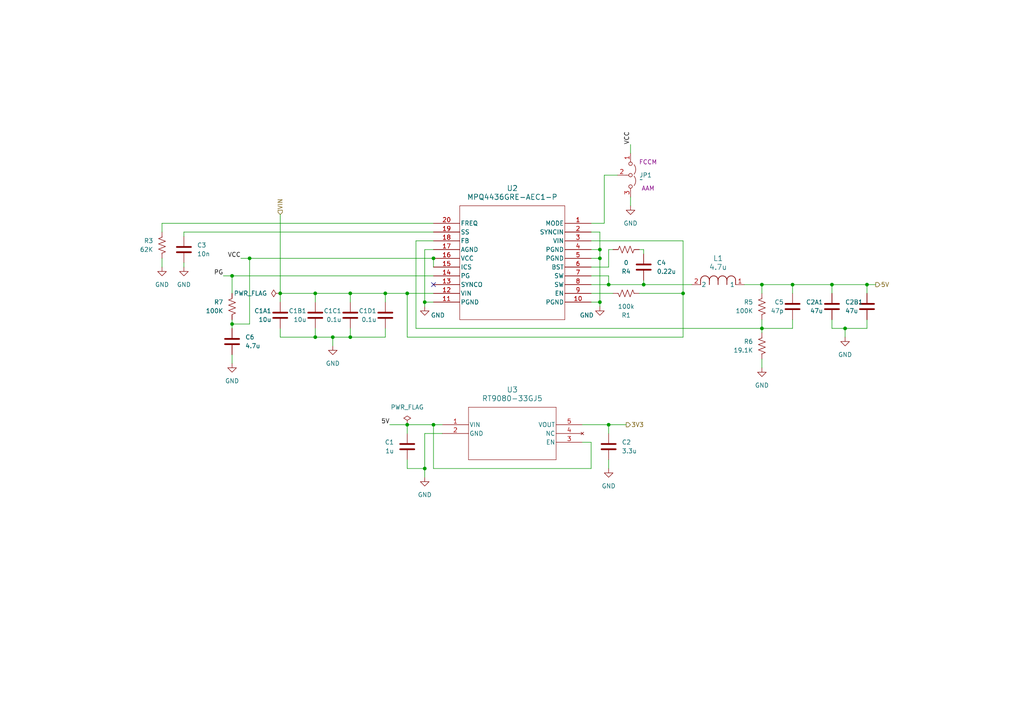
<source format=kicad_sch>
(kicad_sch (version 20230121) (generator eeschema)
  (paper "A4")
  (title_block (title "Control Module") (date "2023-11-22") (company "J2B") (comment 1 "Author: Ben Martens"))
  (lib_symbols
    (symbol "Device:C" (pin_numbers hide) (pin_names (offset 0.254))
      (property "Reference" "C" (at 0.635 2.54 0))
      (property "Value" "C" (at 0.635 -2.54 0))
      (symbol "C_0_1"
        (polyline (pts (xy -2.032 -0.762) (xy 2.032 -0.762)) (stroke (width 0.508)))
        (polyline (pts (xy -2.032 0.762) (xy 2.032 0.762)) (stroke (width 0.508)))
      )
      (symbol "C_1_1"
        (pin passive line (at 0 3.81 270) (length 2.794) (name "~") (number "1"))
        (pin passive line (at 0 -3.81 90) (length 2.794) (name "~") (number "2"))
      )
    )
    (symbol "Device:R_US" (pin_numbers hide) (pin_names (offset 0))
      (property "Reference" "R" (at 2.54 0 90))
      (property "Value" "R_US" (at -2.54 0 90))
      (symbol "R_US_0_1"
        (polyline (pts (xy 0 -2.286) (xy 0 -2.54)))
        (polyline (pts (xy 0 2.286) (xy 0 2.54)))
        (polyline (pts (xy 0 -0.762) (xy 1.016 -1.143) (xy 0 -1.524) (xy -1.016 -1.905) (xy 0 -2.286)))
        (polyline (pts (xy 0 0.762) (xy 1.016 0.381) (xy 0 0) (xy -1.016 -0.381) (xy 0 -0.762)))
        (polyline (pts (xy 0 2.286) (xy 1.016 1.905) (xy 0 1.524) (xy -1.016 1.143) (xy 0 0.762)))
      )
      (symbol "R_US_1_1"
        (pin passive line (at 0 3.81 270) (length 1.27) (name "~") (number "1"))
        (pin passive line (at 0 -3.81 90) (length 1.27) (name "~") (number "2"))
      )
    )
    (symbol "Jumper:Jumper_3_Open" (pin_names (offset 0) hide)
      (property "Reference" "JP" (at -2.54 -2.54 0))
      (property "Value" "Jumper_3_Open" (at 0 2.794 0))
      (symbol "Jumper_3_Open_0_0"
        (circle (center -3.302 0) (radius 0.508))
        (circle (center 0 0) (radius 0.508))
        (circle (center 3.302 0) (radius 0.508))
      )
      (symbol "Jumper_3_Open_0_1"
        (arc (start -0.254 1.016) (mid -1.651 1.4992) (end -3.048 1.016))
        (polyline (pts (xy 0 -0.508) (xy 0 -1.27)))
        (arc (start 3.048 1.016) (mid 1.651 1.4992) (end 0.254 1.016))
      )
      (symbol "Jumper_3_Open_1_1"
        (pin passive line (at -6.35 0 0) (length 2.54) (name "A") (number "1"))
        (pin passive line (at 0 -3.81 90) (length 2.54) (name "C") (number "2"))
        (pin passive line (at 6.35 0 180) (length 2.54) (name "B") (number "3"))
      )
    )
    (symbol "MPQ4436GRE-AEC1-Z:MPQ4436GRE-AEC1-P" (pin_names (offset 0.254))
      (property "Reference" "U" (at 22.86 10.16 0))
      (property "Value" "MPQ4436GRE-AEC1-P" (at 22.86 7.62 0))
      (symbol "MPQ4436GRE-AEC1-P_0_1"
        (polyline (pts (xy 7.62 -27.94) (xy 38.1 -27.94)) (stroke (width 0.127)))
        (polyline (pts (xy 7.62 5.08) (xy 7.62 -27.94)) (stroke (width 0.127)))
        (polyline (pts (xy 38.1 -27.94) (xy 38.1 5.08)) (stroke (width 0.127)))
        (polyline (pts (xy 38.1 5.08) (xy 7.62 5.08)) (stroke (width 0.127)))
        (pin power_in line (at 45.72 -20.32 180) (length 7.62) (name "VIN") (number "12"))
        (pin output line (at 45.72 -17.78 180) (length 7.62) (name "SYNCO") (number "13"))
        (pin output line (at 45.72 -15.24 180) (length 7.62) (name "PG") (number "14"))
        (pin input line (at 45.72 -5.08 180) (length 7.62) (name "FB") (number "18"))
        (pin input line (at 45.72 -2.54 180) (length 7.62) (name "SS") (number "19"))
        (pin input line (at 0 -2.54 0) (length 7.62) (name "SYNCIN") (number "2"))
        (pin power_in line (at 0 -5.08 0) (length 7.62) (name "VIN") (number "3"))
        (pin output line (at 0 -15.24 0) (length 7.62) (name "SW") (number "7"))
      )
      (symbol "MPQ4436GRE-AEC1-P_1_1"
        (pin input line (at 0 0 0) (length 7.62) (name "MODE") (number "1"))
        (pin power_in line (at 0 -22.86 0) (length 7.62) (name "PGND") (number "10"))
        (pin power_in line (at 45.72 -22.86 180) (length 7.62) (name "PGND") (number "11"))
        (pin passive line (at 45.72 -12.7 180) (length 7.62) (name "ICS") (number "15"))
        (pin passive line (at 45.72 -10.16 180) (length 7.62) (name "VCC") (number "16"))
        (pin power_in line (at 45.72 -7.62 180) (length 7.62) (name "AGND") (number "17"))
        (pin input line (at 45.72 0 180) (length 7.62) (name "FREQ") (number "20"))
        (pin power_in line (at 0 -7.62 0) (length 7.62) (name "PGND") (number "4"))
        (pin power_in line (at 0 -10.16 0) (length 7.62) (name "PGND") (number "5"))
        (pin passive line (at 0 -12.7 0) (length 7.62) (name "BST") (number "6"))
        (pin passive line (at 0 -17.78 0) (length 7.62) (name "SW") (number "8"))
        (pin input line (at 0 -20.32 0) (length 7.62) (name "EN") (number "9"))
      )
    )
    (symbol "PA4342_472NLT:PA4342.472NLT" (pin_names (offset 0.254))
      (property "Reference" "L" (at 6.985 5.08 0))
      (property "Value" "PA4342.472NLT" (at 6.985 -2.54 0))
      (symbol "PA4342.472NLT_1_1"
        (polyline (pts (xy 2.54 0) (xy 2.54 1.27)) (stroke (width 0.2032)))
        (polyline (pts (xy 5.08 0) (xy 5.08 1.27)) (stroke (width 0.2032)))
        (polyline (pts (xy 7.62 0) (xy 7.62 1.27)) (stroke (width 0.2032)))
        (polyline (pts (xy 10.16 0) (xy 10.16 1.27)) (stroke (width 0.2032)))
        (polyline (pts (xy 12.7 0) (xy 12.7 1.27)) (stroke (width 0.2032)))
        (arc (start 5.08 1.27) (mid 3.81 2.5345) (end 2.54 1.27) (stroke (width 0.2032)))
        (arc (start 7.62 1.27) (mid 6.35 2.5345) (end 5.08 1.27) (stroke (width 0.2032)))
        (arc (start 10.16 1.27) (mid 8.89 2.5345) (end 7.62 1.27) (stroke (width 0.2032)))
        (arc (start 12.7 1.27) (mid 11.43 2.5345) (end 10.16 1.27) (stroke (width 0.2032)))
        (pin passive line (at 15.24 0 180) (length 2.54) (name "1") (number "1"))
        (pin passive line (at 0 0 0) (length 2.54) (name "2") (number "2"))
      )
      (symbol "PA4342.472NLT_1_2"
        (arc (start -1.27 5.08) (mid -2.5345 3.81) (end -1.27 2.54) (stroke (width 0.2032)))
        (arc (start -1.27 7.62) (mid -2.5345 6.35) (end -1.27 5.08) (stroke (width 0.2032)))
        (arc (start -1.27 10.16) (mid -2.5345 8.89) (end -1.27 7.62) (stroke (width 0.2032)))
        (arc (start -1.27 12.7) (mid -2.5345 11.43) (end -1.27 10.16) (stroke (width 0.2032)))
        (polyline (pts (xy 0 2.54) (xy -1.27 2.54)) (stroke (width 0.2032)))
        (polyline (pts (xy 0 5.08) (xy -1.27 5.08)) (stroke (width 0.2032)))
        (polyline (pts (xy 0 7.62) (xy -1.27 7.62)) (stroke (width 0.2032)))
        (polyline (pts (xy 0 10.16) (xy -1.27 10.16)) (stroke (width 0.2032)))
        (polyline (pts (xy 0 12.7) (xy -1.27 12.7)) (stroke (width 0.2032)))
        (pin unspecified line (at 0 15.24 270) (length 2.54) (name "1") (number "1"))
        (pin unspecified line (at 0 0 90) (length 2.54) (name "2") (number "2"))
      )
    )
    (symbol "RT9080_33GJ5:RT9080-33GJ5" (pin_names (offset 0.254))
      (property "Reference" "U" (at 20.32 10.16 0))
      (property "Value" "RT9080-33GJ5" (at 20.32 7.62 0))
      (symbol "RT9080-33GJ5_0_1"
        (polyline (pts (xy 7.62 -10.16) (xy 33.02 -10.16)) (stroke (width 0.127)))
        (polyline (pts (xy 7.62 5.08) (xy 7.62 -10.16)) (stroke (width 0.127)))
        (polyline (pts (xy 33.02 -10.16) (xy 33.02 5.08)) (stroke (width 0.127)))
        (polyline (pts (xy 33.02 5.08) (xy 7.62 5.08)) (stroke (width 0.127)))
        (pin power_in line (at 0 0 0) (length 7.62) (name "VIN") (number "1"))
        (pin power_out line (at 0 -2.54 0) (length 7.62) (name "GND") (number "2"))
        (pin input line (at 40.64 -5.08 180) (length 7.62) (name "EN") (number "3"))
        (pin no_connect line (at 40.64 -2.54 180) (length 7.62) (name "NC") (number "4"))
      )
      (symbol "RT9080-33GJ5_1_1"
        (pin power_out line (at 40.64 0 180) (length 7.62) (name "VOUT") (number "5"))
      )
    )
    (symbol "power:GND" (power) (pin_names (offset 0))
      (property "Value" "GND" (at 0 -3.81 0))
      (symbol "GND_0_1"
        (polyline (pts (xy 0 0) (xy 0 -1.27) (xy 1.27 -1.27) (xy 0 -2.54) (xy -1.27 -1.27) (xy 0 -1.27)))
      )
      (symbol "GND_1_1"
        (pin power_in line (at 0 0 270) (length 0) hide (name "GND") (number "1"))
      )
    )
    (symbol "power:PWR_FLAG" (power) (pin_numbers hide) (pin_names (offset 0) hide)
      (property "Value" "PWR_FLAG" (at 0 3.81 0))
      (symbol "PWR_FLAG_0_0"
        (pin power_out line (at 0 0 90) (length 0) (name "pwr") (number "1"))
      )
      (symbol "PWR_FLAG_0_1"
        (polyline (pts (xy 0 0) (xy 0 1.27) (xy -1.016 1.905) (xy 0 2.54) (xy 1.016 1.905) (xy 0 1.27)))
      )
    )
  )
  (junction (at 186.69 82.55))
  (junction (at 101.6 85.09))
  (junction (at 91.44 85.09))
  (junction (at 229.87 82.55))
  (junction (at 72.39 74.93))
  (junction (at 241.3 82.55))
  (junction (at 118.11 85.09))
  (junction (at 173.99 72.39))
  (junction (at 96.52 97.79))
  (junction (at 176.53 82.55))
  (junction (at 123.19 87.63))
  (junction (at 173.99 74.93))
  (junction (at 91.44 97.79))
  (junction (at 118.11 123.19))
  (junction (at 173.99 87.63))
  (junction (at 81.28 85.09))
  (junction (at 67.31 93.98))
  (junction (at 111.76 85.09))
  (junction (at 67.31 80.01))
  (junction (at 125.73 74.93))
  (junction (at 125.73 123.19))
  (junction (at 245.11 95.25))
  (junction (at 123.19 135.89))
  (junction (at 251.46 82.55))
  (junction (at 101.6 97.79))
  (junction (at 220.98 95.25))
  (junction (at 198.12 85.09))
  (junction (at 176.53 123.19))
  (junction (at 220.98 82.55))
  (no_connect (at 125.73 82.55))
  (wire (pts (xy 125.73 69.85) (xy 120.65 69.85)))
  (wire (pts (xy 186.69 82.55) (xy 186.69 81.28)))
  (wire (pts (xy 168.91 128.27) (xy 171.45 128.27)))
  (wire (pts (xy 128.27 123.19) (xy 125.73 123.19)))
  (wire (pts (xy 176.53 80.01) (xy 176.53 82.55)))
  (wire (pts (xy 171.45 64.77) (xy 175.26 64.77)))
  (wire (pts (xy 168.91 123.19) (xy 176.53 123.19)))
  (wire (pts (xy 186.69 82.55) (xy 200.66 82.55)))
  (wire (pts (xy 118.11 133.35) (xy 118.11 135.89)))
  (wire (pts (xy 81.28 95.25) (xy 81.28 97.79)))
  (wire (pts (xy 123.19 125.73) (xy 123.19 135.89)))
  (wire (pts (xy 175.26 64.77) (xy 175.26 50.8)))
  (wire (pts (xy 245.11 95.25) (xy 245.11 97.79)))
  (wire (pts (xy 171.45 82.55) (xy 176.53 82.55)))
  (wire (pts (xy 81.28 62.23) (xy 81.28 85.09)))
  (wire (pts (xy 113.03 123.19) (xy 118.11 123.19)))
  (wire (pts (xy 220.98 82.55) (xy 229.87 82.55)))
  (wire (pts (xy 173.99 74.93) (xy 173.99 87.63)))
  (wire (pts (xy 241.3 82.55) (xy 241.3 85.09)))
  (wire (pts (xy 101.6 95.25) (xy 101.6 97.79)))
  (wire (pts (xy 186.69 72.39) (xy 186.69 73.66)))
  (wire (pts (xy 182.88 57.15) (xy 182.88 59.69)))
  (wire (pts (xy 220.98 95.25) (xy 229.87 95.25)))
  (wire (pts (xy 198.12 69.85) (xy 198.12 85.09)))
  (wire (pts (xy 229.87 92.71) (xy 229.87 95.25)))
  (wire (pts (xy 123.19 125.73) (xy 128.27 125.73)))
  (wire (pts (xy 53.34 67.31) (xy 125.73 67.31)))
  (wire (pts (xy 171.45 74.93) (xy 173.99 74.93)))
  (wire (pts (xy 125.73 72.39) (xy 123.19 72.39)))
  (wire (pts (xy 176.53 133.35) (xy 176.53 135.89)))
  (wire (pts (xy 125.73 64.77) (xy 46.99 64.77)))
  (wire (pts (xy 111.76 85.09) (xy 111.76 87.63)))
  (wire (pts (xy 220.98 85.09) (xy 220.98 82.55)))
  (wire (pts (xy 64.77 80.01) (xy 67.31 80.01)))
  (wire (pts (xy 176.53 82.55) (xy 186.69 82.55)))
  (wire (pts (xy 96.52 97.79) (xy 101.6 97.79)))
  (wire (pts (xy 173.99 67.31) (xy 173.99 72.39)))
  (wire (pts (xy 125.73 74.93) (xy 125.73 77.47)))
  (wire (pts (xy 241.3 92.71) (xy 241.3 95.25)))
  (wire (pts (xy 251.46 95.25) (xy 251.46 92.71)))
  (wire (pts (xy 67.31 92.71) (xy 67.31 93.98)))
  (wire (pts (xy 171.45 135.89) (xy 125.73 135.89)))
  (wire (pts (xy 81.28 97.79) (xy 91.44 97.79)))
  (wire (pts (xy 67.31 80.01) (xy 125.73 80.01)))
  (wire (pts (xy 171.45 85.09) (xy 177.8 85.09)))
  (wire (pts (xy 125.73 123.19) (xy 118.11 123.19)))
  (wire (pts (xy 220.98 92.71) (xy 220.98 95.25)))
  (wire (pts (xy 69.85 74.93) (xy 72.39 74.93)))
  (wire (pts (xy 220.98 95.25) (xy 220.98 96.52)))
  (wire (pts (xy 53.34 77.47) (xy 53.34 76.2)))
  (wire (pts (xy 118.11 123.19) (xy 118.11 125.73)))
  (wire (pts (xy 251.46 85.09) (xy 251.46 82.55)))
  (wire (pts (xy 254 82.55) (xy 251.46 82.55)))
  (wire (pts (xy 173.99 87.63) (xy 171.45 87.63)))
  (wire (pts (xy 171.45 80.01) (xy 176.53 80.01)))
  (wire (pts (xy 120.65 95.25) (xy 220.98 95.25)))
  (wire (pts (xy 111.76 97.79) (xy 101.6 97.79)))
  (wire (pts (xy 171.45 67.31) (xy 173.99 67.31)))
  (wire (pts (xy 182.88 41.91) (xy 182.88 44.45)))
  (wire (pts (xy 91.44 87.63) (xy 91.44 85.09)))
  (wire (pts (xy 46.99 64.77) (xy 46.99 67.31)))
  (wire (pts (xy 72.39 93.98) (xy 67.31 93.98)))
  (wire (pts (xy 118.11 85.09) (xy 118.11 97.79)))
  (wire (pts (xy 241.3 95.25) (xy 245.11 95.25)))
  (wire (pts (xy 251.46 82.55) (xy 241.3 82.55)))
  (wire (pts (xy 176.53 72.39) (xy 177.8 72.39)))
  (wire (pts (xy 123.19 87.63) (xy 123.19 88.9)))
  (wire (pts (xy 125.73 74.93) (xy 72.39 74.93)))
  (wire (pts (xy 81.28 87.63) (xy 81.28 85.09)))
  (wire (pts (xy 185.42 85.09) (xy 198.12 85.09)))
  (wire (pts (xy 118.11 97.79) (xy 198.12 97.79)))
  (wire (pts (xy 229.87 82.55) (xy 229.87 85.09)))
  (wire (pts (xy 118.11 135.89) (xy 123.19 135.89)))
  (wire (pts (xy 67.31 93.98) (xy 67.31 95.25)))
  (wire (pts (xy 111.76 97.79) (xy 111.76 95.25)))
  (wire (pts (xy 81.28 85.09) (xy 91.44 85.09)))
  (wire (pts (xy 91.44 85.09) (xy 101.6 85.09)))
  (wire (pts (xy 176.53 123.19) (xy 181.61 123.19)))
  (wire (pts (xy 198.12 97.79) (xy 198.12 85.09)))
  (wire (pts (xy 123.19 87.63) (xy 125.73 87.63)))
  (wire (pts (xy 118.11 85.09) (xy 125.73 85.09)))
  (wire (pts (xy 185.42 72.39) (xy 186.69 72.39)))
  (wire (pts (xy 101.6 85.09) (xy 111.76 85.09)))
  (wire (pts (xy 123.19 72.39) (xy 123.19 87.63)))
  (wire (pts (xy 175.26 50.8) (xy 179.07 50.8)))
  (wire (pts (xy 173.99 72.39) (xy 173.99 74.93)))
  (wire (pts (xy 171.45 72.39) (xy 173.99 72.39)))
  (wire (pts (xy 53.34 68.58) (xy 53.34 67.31)))
  (wire (pts (xy 67.31 102.87) (xy 67.31 105.41)))
  (wire (pts (xy 123.19 135.89) (xy 123.19 138.43)))
  (wire (pts (xy 215.9 82.55) (xy 220.98 82.55)))
  (wire (pts (xy 67.31 80.01) (xy 67.31 85.09)))
  (wire (pts (xy 229.87 82.55) (xy 241.3 82.55)))
  (wire (pts (xy 96.52 97.79) (xy 96.52 100.33)))
  (wire (pts (xy 171.45 69.85) (xy 198.12 69.85)))
  (wire (pts (xy 120.65 69.85) (xy 120.65 95.25)))
  (wire (pts (xy 91.44 97.79) (xy 96.52 97.79)))
  (wire (pts (xy 176.53 123.19) (xy 176.53 125.73)))
  (wire (pts (xy 111.76 85.09) (xy 118.11 85.09)))
  (wire (pts (xy 171.45 128.27) (xy 171.45 135.89)))
  (wire (pts (xy 173.99 87.63) (xy 173.99 88.9)))
  (wire (pts (xy 176.53 77.47) (xy 176.53 72.39)))
  (wire (pts (xy 125.73 123.19) (xy 125.73 135.89)))
  (wire (pts (xy 101.6 87.63) (xy 101.6 85.09)))
  (wire (pts (xy 91.44 97.79) (xy 91.44 95.25)))
  (wire (pts (xy 171.45 77.47) (xy 176.53 77.47)))
  (wire (pts (xy 245.11 95.25) (xy 251.46 95.25)))
  (wire (pts (xy 220.98 104.14) (xy 220.98 106.68)))
  (wire (pts (xy 46.99 74.93) (xy 46.99 77.47)))
  (wire (pts (xy 72.39 74.93) (xy 72.39 93.98)))
  (label "VCC" (at 182.88 41.91 90))
  (label "5V" (at 113.03 123.19 180))
  (label "PG" (at 64.77 80.01 180))
  (label "VCC" (at 69.85 74.93 180))
  (hierarchical_label "5V" (shape output) (at 254 82.55 0))
  (hierarchical_label "VIN" (shape input) (at 81.28 62.23 90) (property "Car Battery Power" "12V" (effects hide)))
  (hierarchical_label "3V3" (shape output) (at 181.61 123.19 0))
  (symbol (lib_id "RT9080_33GJ5:RT9080-33GJ5") (at 128.27 123.19 0) (unit 1)
    (property "Reference" "U3" (at 148.59 113.03 0) (effects (font (size 1.524 1.524))))
    (property "Value" "RT9080-33GJ5" (at 148.59 115.57 0) (effects (font (size 1.524 1.524))))
    (property "Footprint" "RT9080_33GJ5:TSOT-23-5_RIT" (effects hide))
    (property "Datasheet" "RT9080-33GJ5" (effects hide))
  )
  (symbol (lib_id "Device:C") (at 241.3 88.9 0) (mirror y) (unit 1)
    (property "Reference" "C2B1" (at 245.11 87.63 0) (effects (justify right)))
    (property "Value" "47u" (at 234.95 90.17 0) (effects (justify right)))
    (property "Footprint" "Capacitor_SMD:C_1206_3216Metric" (effects hide))
  )
  (symbol (lib_id "Device:C") (at 111.76 91.44 0) (mirror y) (unit 1)
    (property "Reference" "C1D1" (at 109.22 90.17 0) (effects (justify left)))
    (property "Value" "0.1u" (at 109.22 92.71 0) (effects (justify left)))
    (property "Footprint" "Capacitor_SMD:C_0603_1608Metric" (effects hide))
  )
  (symbol (lib_id "Device:C") (at 81.28 91.44 0) (mirror y) (unit 1)
    (property "Reference" "C1A1" (at 78.74 90.17 0) (effects (justify left)))
    (property "Value" "10u" (at 78.74 92.71 0) (effects (justify left)))
    (property "Footprint" "Capacitor_SMD:C_1206_3216Metric" (effects hide))
  )
  (symbol (lib_id "power:PWR_FLAG") (at 118.11 123.19 0) (unit 1)
    (property "Reference" "#FLG01" (effects hide))
    (property "Value" "PWR_FLAG" (at 118.11 118.11 0))
  )
  (symbol (lib_id "Device:C") (at 176.53 129.54 0) (unit 1)
    (property "Reference" "C2" (at 180.34 128.27 0) (effects (justify left)))
    (property "Value" "3.3u" (at 180.34 130.81 0) (effects (justify left)))
    (property "Footprint" "Capacitor_SMD:C_0603_1608Metric" (effects hide))
  )
  (symbol (lib_id "Device:C") (at 53.34 72.39 0) (unit 1)
    (property "Reference" "C3" (at 57.15 71.12 0) (effects (justify left)))
    (property "Value" "10n" (at 57.15 73.66 0) (effects (justify left)))
    (property "Footprint" "Capacitor_SMD:C_0603_1608Metric" (effects hide))
  )
  (symbol (lib_id "Device:C") (at 118.11 129.54 0) (mirror y) (unit 1)
    (property "Reference" "C1" (at 114.3 128.27 0) (effects (justify left)))
    (property "Value" "1u" (at 114.3 130.81 0) (effects (justify left)))
    (property "Footprint" "Capacitor_SMD:C_0603_1608Metric" (effects hide))
  )
  (symbol (lib_id "Device:R_US") (at 220.98 100.33 0) (mirror y) (unit 1)
    (property "Reference" "R6" (at 218.44 99.06 0) (effects (justify left)))
    (property "Value" "19.1K" (at 218.44 101.6 0) (effects (justify left)))
    (property "Footprint" "Resistor_SMD:R_0603_1608Metric" (effects hide))
  )
  (symbol (lib_id "Jumper:Jumper_3_Open") (at 182.88 50.8 270) (unit 1)
    (property "Reference" "JP1" (at 185.42 50.8 90) (effects (justify left)))
    (property "Value" "~" (at 185.42 52.07 90) (effects (justify left)))
    (property "Footprint" "Connector_PinHeader_2.54mm:PinHeader_1x03_P2.54mm_Vertical" (effects hide))
    (property "FCCM" "FCCM" (at 187.96 46.99 90))
    (property "AAM" "AAM" (at 187.96 54.61 90))
  )
  (symbol (lib_id "power:GND") (at 173.99 88.9 0) (mirror y) (unit 1)
    (property "Reference" "#PWR012" (effects hide))
    (property "Value" "GND" (at 170.18 91.44 0))
  )
  (symbol (lib_id "power:GND") (at 46.99 77.47 0) (mirror y) (unit 1)
    (property "Reference" "#PWR05" (effects hide))
    (property "Value" "GND" (at 46.99 82.55 0))
  )
  (symbol (lib_id "Device:R_US") (at 181.61 72.39 270) (unit 1)
    (property "Reference" "R4" (at 181.61 78.74 90))
    (property "Value" "0" (at 181.61 76.2 90))
    (property "Footprint" "Resistor_SMD:R_0603_1608Metric" (effects hide))
  )
  (symbol (lib_id "power:GND") (at 182.88 59.69 0) (unit 1)
    (property "Reference" "#PWR034" (effects hide))
    (property "Value" "GND" (at 182.88 64.77 0))
  )
  (symbol (lib_id "PA4342_472NLT:PA4342.472NLT") (at 200.66 82.55 0) (unit 1)
    (property "Reference" "L1" (at 208.28 74.93 0) (effects (font (size 1.524 1.524))))
    (property "Value" "4.7u" (at 208.28 77.47 0) (effects (font (size 1.524 1.524))))
    (property "Footprint" "PA4342_472NLT:IND_PA4342_PUL" (effects hide))
    (property "Datasheet" "PA4342.472NLT" (effects hide))
  )
  (symbol (lib_id "Device:C") (at 229.87 88.9 0) (mirror y) (unit 1)
    (property "Reference" "C5" (at 227.33 87.63 0) (effects (justify left)))
    (property "Value" "47p" (at 227.33 90.17 0) (effects (justify left)))
    (property "Footprint" "Capacitor_SMD:C_0603_1608Metric" (effects hide))
  )
  (symbol (lib_id "MPQ4436GRE-AEC1-Z:MPQ4436GRE-AEC1-P") (at 171.45 64.77 0) (mirror y) (unit 1)
    (property "Reference" "U2" (at 148.59 54.61 0) (effects (font (size 1.524 1.524))))
    (property "Value" "MPQ4436GRE-AEC1-P" (at 148.59 57.15 0) (effects (font (size 1.524 1.524))))
    (property "Footprint" "MPQ4436GRE-AEC1-Z:QFN-4x4_MPQ4436-AEC1_MNP" (effects hide))
    (property "Datasheet" "MPQ4436GRE-AEC1-P" (effects hide))
  )
  (symbol (lib_id "Device:C") (at 101.6 91.44 0) (mirror y) (unit 1)
    (property "Reference" "C1C1" (at 99.06 90.17 0) (effects (justify left)))
    (property "Value" "0.1u" (at 99.06 92.71 0) (effects (justify left)))
    (property "Footprint" "Capacitor_SMD:C_0603_1608Metric" (effects hide))
  )
  (symbol (lib_id "Device:R_US") (at 220.98 88.9 0) (mirror y) (unit 1)
    (property "Reference" "R5" (at 218.44 87.63 0) (effects (justify left)))
    (property "Value" "100K" (at 218.44 90.17 0) (effects (justify left)))
    (property "Footprint" "Resistor_SMD:R_0603_1608Metric" (effects hide))
  )
  (symbol (lib_id "Device:C") (at 251.46 88.9 0) (mirror y) (unit 1)
    (property "Reference" "C2A1" (at 238.76 87.63 0) (effects (justify left)))
    (property "Value" "47u" (at 248.92 90.17 0) (effects (justify left)))
    (property "Footprint" "Capacitor_SMD:C_1206_3216Metric" (effects hide))
  )
  (symbol (lib_id "power:GND") (at 245.11 97.79 0) (mirror y) (unit 1)
    (property "Reference" "#PWR09" (effects hide))
    (property "Value" "GND" (at 245.11 102.87 0))
  )
  (symbol (lib_id "power:PWR_FLAG") (at 81.28 85.09 90) (unit 1)
    (property "Reference" "#FLG02" (effects hide))
    (property "Value" "PWR_FLAG" (at 77.47 85.09 90) (effects (justify left)))
  )
  (symbol (lib_id "Device:C") (at 186.69 77.47 180) (unit 1)
    (property "Reference" "C4" (at 190.5 76.2 0) (effects (justify right)))
    (property "Value" "0.22u" (at 190.5 78.74 0) (effects (justify right)))
    (property "Footprint" "Capacitor_SMD:C_0603_1608Metric" (effects hide))
  )
  (symbol (lib_id "Device:R_US") (at 181.61 85.09 90) (mirror x) (unit 1)
    (property "Reference" "R1" (at 181.61 91.44 90))
    (property "Value" "100k" (at 181.61 88.9 90))
    (property "Footprint" "Resistor_SMD:R_0603_1608Metric" (effects hide))
  )
  (symbol (lib_id "power:GND") (at 123.19 88.9 0) (mirror y) (unit 1)
    (property "Reference" "#PWR011" (effects hide))
    (property "Value" "GND" (at 127 91.44 0))
  )
  (symbol (lib_id "Device:C") (at 91.44 91.44 0) (mirror y) (unit 1)
    (property "Reference" "C1B1" (at 88.9 90.17 0) (effects (justify left)))
    (property "Value" "10u" (at 88.9 92.71 0) (effects (justify left)))
    (property "Footprint" "Capacitor_SMD:C_1206_3216Metric" (effects hide))
  )
  (symbol (lib_id "power:GND") (at 67.31 105.41 0) (mirror y) (unit 1)
    (property "Reference" "#PWR07" (effects hide))
    (property "Value" "GND" (at 67.31 110.49 0))
  )
  (symbol (lib_id "power:GND") (at 123.19 138.43 0) (unit 1)
    (property "Reference" "#PWR013" (effects hide))
    (property "Value" "GND" (at 123.19 143.51 0))
  )
  (symbol (lib_id "power:GND") (at 220.98 106.68 0) (mirror y) (unit 1)
    (property "Reference" "#PWR06" (effects hide))
    (property "Value" "GND" (at 220.98 111.76 0))
  )
  (symbol (lib_id "power:GND") (at 176.53 135.89 0) (unit 1)
    (property "Reference" "#PWR014" (effects hide))
    (property "Value" "GND" (at 176.53 140.97 0))
  )
  (symbol (lib_id "Device:R_US") (at 67.31 88.9 0) (mirror y) (unit 1)
    (property "Reference" "R7" (at 64.77 87.63 0) (effects (justify left)))
    (property "Value" "100K" (at 64.77 90.17 0) (effects (justify left)))
    (property "Footprint" "Resistor_SMD:R_0603_1608Metric" (effects hide))
  )
  (symbol (lib_id "power:GND") (at 53.34 77.47 0) (mirror y) (unit 1)
    (property "Reference" "#PWR010" (effects hide))
    (property "Value" "GND" (at 53.34 82.55 0))
  )
  (symbol (lib_id "Device:C") (at 67.31 99.06 0) (unit 1)
    (property "Reference" "C6" (at 71.12 97.79 0) (effects (justify left)))
    (property "Value" "4.7u" (at 71.12 100.33 0) (effects (justify left)))
    (property "Footprint" "Capacitor_SMD:C_0603_1608Metric" (effects hide))
  )
  (symbol (lib_id "power:GND") (at 96.52 100.33 0) (mirror y) (unit 1)
    (property "Reference" "#PWR08" (effects hide))
    (property "Value" "GND" (at 96.52 105.41 0))
  )
  (symbol (lib_id "Device:R_US") (at 46.99 71.12 0) (mirror y) (unit 1)
    (property "Reference" "R3" (at 44.45 69.85 0) (effects (justify left)))
    (property "Value" "62K" (at 44.45 72.39 0) (effects (justify left)))
    (property "Footprint" "Resistor_SMD:R_0603_1608Metric" (effects hide))
  )
)
</source>
